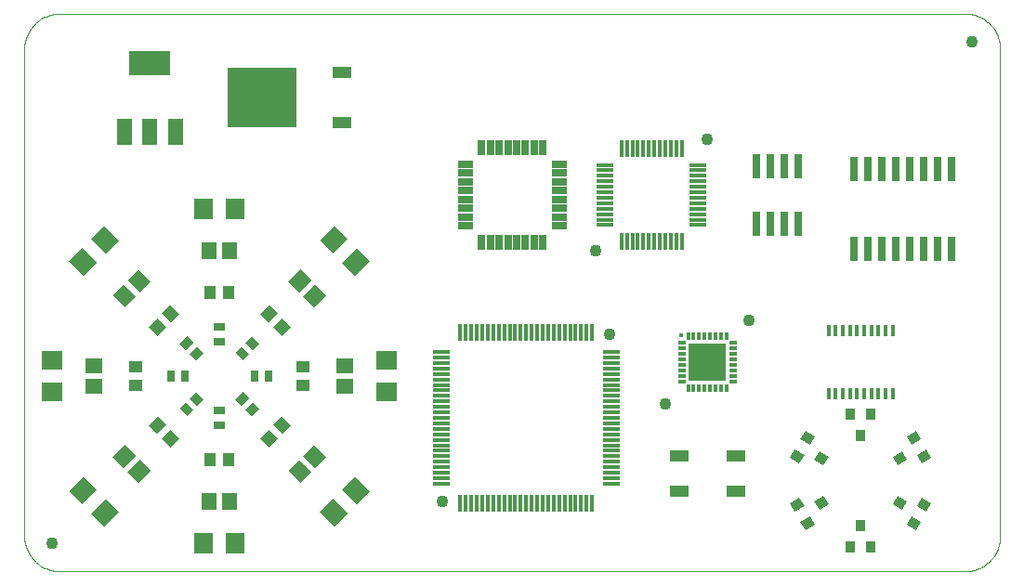
<source format=gts>
G75*
%MOIN*%
%OFA0B0*%
%FSLAX24Y24*%
%IPPOS*%
%LPD*%
%AMOC8*
5,1,8,0,0,1.08239X$1,22.5*
%
%ADD10C,0.0000*%
%ADD11R,0.0138X0.0138*%
%ADD12R,0.1378X0.1378*%
%ADD13R,0.0295X0.0138*%
%ADD14R,0.0138X0.0295*%
%ADD15R,0.0520X0.0920*%
%ADD16R,0.1457X0.0906*%
%ADD17R,0.0670X0.0434*%
%ADD18R,0.2481X0.2166*%
%ADD19R,0.0276X0.0906*%
%ADD20R,0.0160X0.0430*%
%ADD21R,0.0146X0.0631*%
%ADD22R,0.0631X0.0146*%
%ADD23R,0.0394X0.0316*%
%ADD24R,0.0316X0.0394*%
%ADD25R,0.0434X0.0473*%
%ADD26R,0.0473X0.0434*%
%ADD27R,0.0552X0.0631*%
%ADD28R,0.0631X0.0552*%
%ADD29R,0.0355X0.0394*%
%ADD30R,0.0690X0.0434*%
%ADD31R,0.0670X0.0750*%
%ADD32R,0.0750X0.0670*%
%ADD33R,0.0540X0.0260*%
%ADD34R,0.0260X0.0540*%
%ADD35R,0.0631X0.0158*%
%ADD36R,0.0158X0.0631*%
%ADD37C,0.0434*%
D10*
X001350Y000100D02*
X033850Y000100D01*
X033918Y000102D01*
X033985Y000107D01*
X034052Y000116D01*
X034119Y000129D01*
X034184Y000146D01*
X034249Y000165D01*
X034313Y000189D01*
X034375Y000216D01*
X034436Y000246D01*
X034494Y000279D01*
X034551Y000315D01*
X034606Y000355D01*
X034659Y000397D01*
X034710Y000443D01*
X034757Y000490D01*
X034803Y000541D01*
X034845Y000594D01*
X034885Y000649D01*
X034921Y000706D01*
X034954Y000764D01*
X034984Y000825D01*
X035011Y000887D01*
X035035Y000951D01*
X035054Y001016D01*
X035071Y001081D01*
X035084Y001148D01*
X035093Y001215D01*
X035098Y001282D01*
X035100Y001350D01*
X035100Y018850D01*
X035098Y018918D01*
X035093Y018985D01*
X035084Y019052D01*
X035071Y019119D01*
X035054Y019184D01*
X035035Y019249D01*
X035011Y019313D01*
X034984Y019375D01*
X034954Y019436D01*
X034921Y019494D01*
X034885Y019551D01*
X034845Y019606D01*
X034803Y019659D01*
X034757Y019710D01*
X034710Y019757D01*
X034659Y019803D01*
X034606Y019845D01*
X034551Y019885D01*
X034494Y019921D01*
X034436Y019954D01*
X034375Y019984D01*
X034313Y020011D01*
X034249Y020035D01*
X034184Y020054D01*
X034119Y020071D01*
X034052Y020084D01*
X033985Y020093D01*
X033918Y020098D01*
X033850Y020100D01*
X001350Y020100D01*
X001282Y020098D01*
X001215Y020093D01*
X001148Y020084D01*
X001081Y020071D01*
X001016Y020054D01*
X000951Y020035D01*
X000887Y020011D01*
X000825Y019984D01*
X000764Y019954D01*
X000706Y019921D01*
X000649Y019885D01*
X000594Y019845D01*
X000541Y019803D01*
X000490Y019757D01*
X000443Y019710D01*
X000397Y019659D01*
X000355Y019606D01*
X000315Y019551D01*
X000279Y019494D01*
X000246Y019436D01*
X000216Y019375D01*
X000189Y019313D01*
X000165Y019249D01*
X000146Y019184D01*
X000129Y019119D01*
X000116Y019052D01*
X000107Y018985D01*
X000102Y018918D01*
X000100Y018850D01*
X000100Y001350D01*
X000102Y001282D01*
X000107Y001215D01*
X000116Y001148D01*
X000129Y001081D01*
X000146Y001016D01*
X000165Y000951D01*
X000189Y000887D01*
X000216Y000825D01*
X000246Y000764D01*
X000279Y000706D01*
X000315Y000649D01*
X000355Y000594D01*
X000397Y000541D01*
X000443Y000490D01*
X000490Y000443D01*
X000541Y000397D01*
X000594Y000355D01*
X000649Y000315D01*
X000706Y000279D01*
X000764Y000246D01*
X000825Y000216D01*
X000887Y000189D01*
X000951Y000165D01*
X001016Y000146D01*
X001081Y000129D01*
X001148Y000116D01*
X001215Y000107D01*
X001282Y000102D01*
X001350Y000100D01*
D11*
X023649Y008551D03*
D12*
X024600Y007600D03*
D13*
X023675Y007502D03*
X023675Y007698D03*
X023675Y007895D03*
X023675Y008092D03*
X023675Y008289D03*
X023675Y007305D03*
X023675Y007108D03*
X023675Y006911D03*
X025525Y006911D03*
X025525Y007108D03*
X025525Y007305D03*
X025525Y007502D03*
X025525Y007698D03*
X025525Y007895D03*
X025525Y008092D03*
X025525Y008289D03*
D14*
X025289Y008525D03*
X025092Y008525D03*
X024895Y008525D03*
X024698Y008525D03*
X024502Y008525D03*
X024305Y008525D03*
X024108Y008525D03*
X023911Y008525D03*
X023911Y006675D03*
X024108Y006675D03*
X024305Y006675D03*
X024502Y006675D03*
X024698Y006675D03*
X024895Y006675D03*
X025092Y006675D03*
X025289Y006675D03*
D15*
X005510Y015880D03*
X004600Y015880D03*
X003690Y015880D03*
D16*
X004600Y018320D03*
D17*
X011490Y017998D03*
X011490Y016202D03*
D18*
X008616Y017100D03*
D19*
X026350Y014624D03*
X026850Y014624D03*
X027350Y014624D03*
X027850Y014624D03*
X029850Y014517D03*
X030350Y014517D03*
X030850Y014517D03*
X031350Y014517D03*
X031850Y014517D03*
X032350Y014517D03*
X032850Y014517D03*
X033350Y014517D03*
X033350Y011683D03*
X032850Y011683D03*
X032350Y011683D03*
X031850Y011683D03*
X031350Y011683D03*
X030850Y011683D03*
X030350Y011683D03*
X029850Y011683D03*
X027850Y012576D03*
X027350Y012576D03*
X026850Y012576D03*
X026350Y012576D03*
D20*
X028948Y008749D03*
X029204Y008749D03*
X029460Y008749D03*
X029716Y008749D03*
X029972Y008749D03*
X030228Y008749D03*
X030484Y008749D03*
X030740Y008749D03*
X030996Y008749D03*
X031252Y008749D03*
X031252Y006451D03*
X030996Y006451D03*
X030740Y006451D03*
X030484Y006451D03*
X030228Y006451D03*
X029972Y006451D03*
X029716Y006451D03*
X029460Y006451D03*
X029204Y006451D03*
X028948Y006451D03*
D21*
X020462Y008651D03*
X020265Y008651D03*
X020069Y008651D03*
X019872Y008651D03*
X019675Y008651D03*
X019478Y008651D03*
X019281Y008651D03*
X019084Y008651D03*
X018887Y008651D03*
X018691Y008651D03*
X018494Y008651D03*
X018297Y008651D03*
X018100Y008651D03*
X017903Y008651D03*
X017706Y008651D03*
X017509Y008651D03*
X017313Y008651D03*
X017116Y008651D03*
X016919Y008651D03*
X016722Y008651D03*
X016525Y008651D03*
X016328Y008651D03*
X016131Y008651D03*
X015935Y008651D03*
X015738Y008651D03*
X015738Y002549D03*
X015935Y002549D03*
X016131Y002549D03*
X016328Y002549D03*
X016525Y002549D03*
X016722Y002549D03*
X016919Y002549D03*
X017116Y002549D03*
X017313Y002549D03*
X017509Y002549D03*
X017706Y002549D03*
X017903Y002549D03*
X018100Y002549D03*
X018297Y002549D03*
X018494Y002549D03*
X018691Y002549D03*
X018887Y002549D03*
X019084Y002549D03*
X019281Y002549D03*
X019478Y002549D03*
X019675Y002549D03*
X019872Y002549D03*
X020069Y002549D03*
X020265Y002549D03*
X020462Y002549D03*
D22*
X021151Y003238D03*
X021151Y003435D03*
X021151Y003631D03*
X021151Y003828D03*
X021151Y004025D03*
X021151Y004222D03*
X021151Y004419D03*
X021151Y004616D03*
X021151Y004813D03*
X021151Y005009D03*
X021151Y005206D03*
X021151Y005403D03*
X021151Y005600D03*
X021151Y005797D03*
X021151Y005994D03*
X021151Y006191D03*
X021151Y006387D03*
X021151Y006584D03*
X021151Y006781D03*
X021151Y006978D03*
X021151Y007175D03*
X021151Y007372D03*
X021151Y007569D03*
X021151Y007765D03*
X021151Y007962D03*
X015049Y007962D03*
X015049Y007765D03*
X015049Y007569D03*
X015049Y007372D03*
X015049Y007175D03*
X015049Y006978D03*
X015049Y006781D03*
X015049Y006584D03*
X015049Y006387D03*
X015049Y006191D03*
X015049Y005994D03*
X015049Y005797D03*
X015049Y005600D03*
X015049Y005403D03*
X015049Y005206D03*
X015049Y005009D03*
X015049Y004813D03*
X015049Y004616D03*
X015049Y004419D03*
X015049Y004222D03*
X015049Y004025D03*
X015049Y003828D03*
X015049Y003631D03*
X015049Y003435D03*
X015049Y003238D03*
D23*
X007100Y005344D03*
X007100Y005856D03*
X007100Y008344D03*
X007100Y008856D03*
D24*
G36*
X008532Y008254D02*
X008308Y008030D01*
X008030Y008308D01*
X008254Y008532D01*
X008532Y008254D01*
G37*
G36*
X008170Y007892D02*
X007946Y007668D01*
X007668Y007946D01*
X007892Y008170D01*
X008170Y007892D01*
G37*
X008344Y007100D03*
X008856Y007100D03*
G36*
X007946Y006532D02*
X008170Y006308D01*
X007892Y006030D01*
X007668Y006254D01*
X007946Y006532D01*
G37*
G36*
X008308Y006170D02*
X008532Y005946D01*
X008254Y005668D01*
X008030Y005892D01*
X008308Y006170D01*
G37*
G36*
X006532Y006254D02*
X006308Y006030D01*
X006030Y006308D01*
X006254Y006532D01*
X006532Y006254D01*
G37*
G36*
X006170Y005892D02*
X005946Y005668D01*
X005668Y005946D01*
X005892Y006170D01*
X006170Y005892D01*
G37*
X005856Y007100D03*
X005344Y007100D03*
G36*
X006308Y008170D02*
X006532Y007946D01*
X006254Y007668D01*
X006030Y007892D01*
X006308Y008170D01*
G37*
G36*
X005946Y008532D02*
X006170Y008308D01*
X005892Y008030D01*
X005668Y008254D01*
X005946Y008532D01*
G37*
D25*
G36*
X005183Y008850D02*
X004876Y008543D01*
X004543Y008876D01*
X004850Y009183D01*
X005183Y008850D01*
G37*
G36*
X005657Y009324D02*
X005350Y009017D01*
X005017Y009350D01*
X005324Y009657D01*
X005657Y009324D01*
G37*
X006765Y010100D03*
X007435Y010100D03*
G36*
X008876Y009657D02*
X009183Y009350D01*
X008850Y009017D01*
X008543Y009324D01*
X008876Y009657D01*
G37*
G36*
X009350Y009183D02*
X009657Y008876D01*
X009324Y008543D01*
X009017Y008850D01*
X009350Y009183D01*
G37*
G36*
X009017Y005350D02*
X009324Y005657D01*
X009657Y005324D01*
X009350Y005017D01*
X009017Y005350D01*
G37*
G36*
X008543Y004876D02*
X008850Y005183D01*
X009183Y004850D01*
X008876Y004543D01*
X008543Y004876D01*
G37*
X007435Y004100D03*
X006765Y004100D03*
G36*
X005324Y004543D02*
X005017Y004850D01*
X005350Y005183D01*
X005657Y004876D01*
X005324Y004543D01*
G37*
G36*
X004850Y005017D02*
X004543Y005324D01*
X004876Y005657D01*
X005183Y005350D01*
X004850Y005017D01*
G37*
D26*
X004100Y006765D03*
X004100Y007435D03*
X010100Y007435D03*
X010100Y006765D03*
D27*
G36*
X010094Y004245D02*
X010484Y004635D01*
X010928Y004191D01*
X010538Y003801D01*
X010094Y004245D01*
G37*
G36*
X009565Y003716D02*
X009955Y004106D01*
X010399Y003662D01*
X010009Y003272D01*
X009565Y003716D01*
G37*
X007474Y002600D03*
X006726Y002600D03*
G36*
X004245Y004106D02*
X004635Y003716D01*
X004191Y003272D01*
X003801Y003662D01*
X004245Y004106D01*
G37*
G36*
X003716Y004635D02*
X004106Y004245D01*
X003662Y003801D01*
X003272Y004191D01*
X003716Y004635D01*
G37*
G36*
X004106Y009955D02*
X003716Y009565D01*
X003272Y010009D01*
X003662Y010399D01*
X004106Y009955D01*
G37*
G36*
X004635Y010484D02*
X004245Y010094D01*
X003801Y010538D01*
X004191Y010928D01*
X004635Y010484D01*
G37*
X006726Y011600D03*
X007474Y011600D03*
G36*
X009955Y010094D02*
X009565Y010484D01*
X010009Y010928D01*
X010399Y010538D01*
X009955Y010094D01*
G37*
G36*
X010484Y009565D02*
X010094Y009955D01*
X010538Y010399D01*
X010928Y010009D01*
X010484Y009565D01*
G37*
D28*
X011600Y007474D03*
X011600Y006726D03*
X002600Y006726D03*
X002600Y007474D03*
D29*
G36*
X027563Y004169D02*
X027740Y004474D01*
X028081Y004277D01*
X027904Y003972D01*
X027563Y004169D01*
G37*
G36*
X028432Y004099D02*
X028609Y004404D01*
X028950Y004207D01*
X028773Y003902D01*
X028432Y004099D01*
G37*
G36*
X027937Y004817D02*
X028114Y005122D01*
X028455Y004925D01*
X028278Y004620D01*
X027937Y004817D01*
G37*
X029726Y005744D03*
X030474Y005744D03*
X030100Y004956D03*
G36*
X031591Y004404D02*
X031768Y004099D01*
X031427Y003902D01*
X031250Y004207D01*
X031591Y004404D01*
G37*
G36*
X032460Y004474D02*
X032637Y004169D01*
X032296Y003972D01*
X032119Y004277D01*
X032460Y004474D01*
G37*
G36*
X032086Y005122D02*
X032263Y004817D01*
X031922Y004620D01*
X031745Y004925D01*
X032086Y005122D01*
G37*
G36*
X031768Y002601D02*
X031591Y002296D01*
X031250Y002493D01*
X031427Y002798D01*
X031768Y002601D01*
G37*
G36*
X032637Y002531D02*
X032460Y002226D01*
X032119Y002423D01*
X032296Y002728D01*
X032637Y002531D01*
G37*
G36*
X032263Y001883D02*
X032086Y001578D01*
X031745Y001775D01*
X031922Y002080D01*
X032263Y001883D01*
G37*
X030474Y000956D03*
X029726Y000956D03*
X030100Y001744D03*
G36*
X028609Y002296D02*
X028432Y002601D01*
X028773Y002798D01*
X028950Y002493D01*
X028609Y002296D01*
G37*
G36*
X028114Y001578D02*
X027937Y001883D01*
X028278Y002080D01*
X028455Y001775D01*
X028114Y001578D01*
G37*
G36*
X027740Y002226D02*
X027563Y002531D01*
X027904Y002728D01*
X028081Y002423D01*
X027740Y002226D01*
G37*
D30*
X025615Y002970D03*
X023585Y002970D03*
X023585Y004230D03*
X025615Y004230D03*
D31*
G36*
X011494Y003024D02*
X011968Y003498D01*
X012498Y002968D01*
X012024Y002494D01*
X011494Y003024D01*
G37*
G36*
X010702Y002232D02*
X011176Y002706D01*
X011706Y002176D01*
X011232Y001702D01*
X010702Y002232D01*
G37*
X007660Y001100D03*
X006540Y001100D03*
G36*
X002968Y001702D02*
X002494Y002176D01*
X003024Y002706D01*
X003498Y002232D01*
X002968Y001702D01*
G37*
G36*
X002176Y002494D02*
X001702Y002968D01*
X002232Y003498D01*
X002706Y003024D01*
X002176Y002494D01*
G37*
G36*
X002706Y011176D02*
X002232Y010702D01*
X001702Y011232D01*
X002176Y011706D01*
X002706Y011176D01*
G37*
G36*
X003498Y011968D02*
X003024Y011494D01*
X002494Y012024D01*
X002968Y012498D01*
X003498Y011968D01*
G37*
X006540Y013100D03*
X007660Y013100D03*
G36*
X011232Y012498D02*
X011706Y012024D01*
X011176Y011494D01*
X010702Y011968D01*
X011232Y012498D01*
G37*
G36*
X012024Y011706D02*
X012498Y011232D01*
X011968Y010702D01*
X011494Y011176D01*
X012024Y011706D01*
G37*
D32*
X013100Y007660D03*
X013100Y006540D03*
X001100Y006540D03*
X001100Y007660D03*
D33*
X015910Y012498D03*
X015910Y012813D03*
X015910Y013128D03*
X015910Y013443D03*
X015910Y013757D03*
X015910Y014072D03*
X015910Y014387D03*
X015910Y014702D03*
X019290Y014702D03*
X019290Y014387D03*
X019290Y014072D03*
X019290Y013757D03*
X019290Y013443D03*
X019290Y013128D03*
X019290Y012813D03*
X019290Y012498D03*
D34*
X018702Y011910D03*
X018387Y011910D03*
X018072Y011910D03*
X017757Y011910D03*
X017443Y011910D03*
X017128Y011910D03*
X016813Y011910D03*
X016498Y011910D03*
X016498Y015290D03*
X016813Y015290D03*
X017128Y015290D03*
X017443Y015290D03*
X017757Y015290D03*
X018072Y015290D03*
X018387Y015290D03*
X018702Y015290D03*
D35*
X020927Y014683D03*
X020927Y014486D03*
X020927Y014289D03*
X020927Y014092D03*
X020927Y013895D03*
X020927Y013698D03*
X020927Y013502D03*
X020927Y013305D03*
X020927Y013108D03*
X020927Y012911D03*
X020927Y012714D03*
X020927Y012517D03*
X024273Y012517D03*
X024273Y012714D03*
X024273Y012911D03*
X024273Y013108D03*
X024273Y013305D03*
X024273Y013502D03*
X024273Y013698D03*
X024273Y013895D03*
X024273Y014092D03*
X024273Y014289D03*
X024273Y014486D03*
X024273Y014683D03*
D36*
X023683Y015273D03*
X023486Y015273D03*
X023289Y015273D03*
X023092Y015273D03*
X022895Y015273D03*
X022698Y015273D03*
X022502Y015273D03*
X022305Y015273D03*
X022108Y015273D03*
X021911Y015273D03*
X021714Y015273D03*
X021517Y015273D03*
X021517Y011927D03*
X021714Y011927D03*
X021911Y011927D03*
X022108Y011927D03*
X022305Y011927D03*
X022502Y011927D03*
X022698Y011927D03*
X022895Y011927D03*
X023092Y011927D03*
X023289Y011927D03*
X023486Y011927D03*
X023683Y011927D03*
D37*
X020600Y011600D03*
X021100Y008600D03*
X023100Y006100D03*
X026100Y009100D03*
X024600Y015600D03*
X034100Y019100D03*
X015100Y002600D03*
X001100Y001100D03*
M02*

</source>
